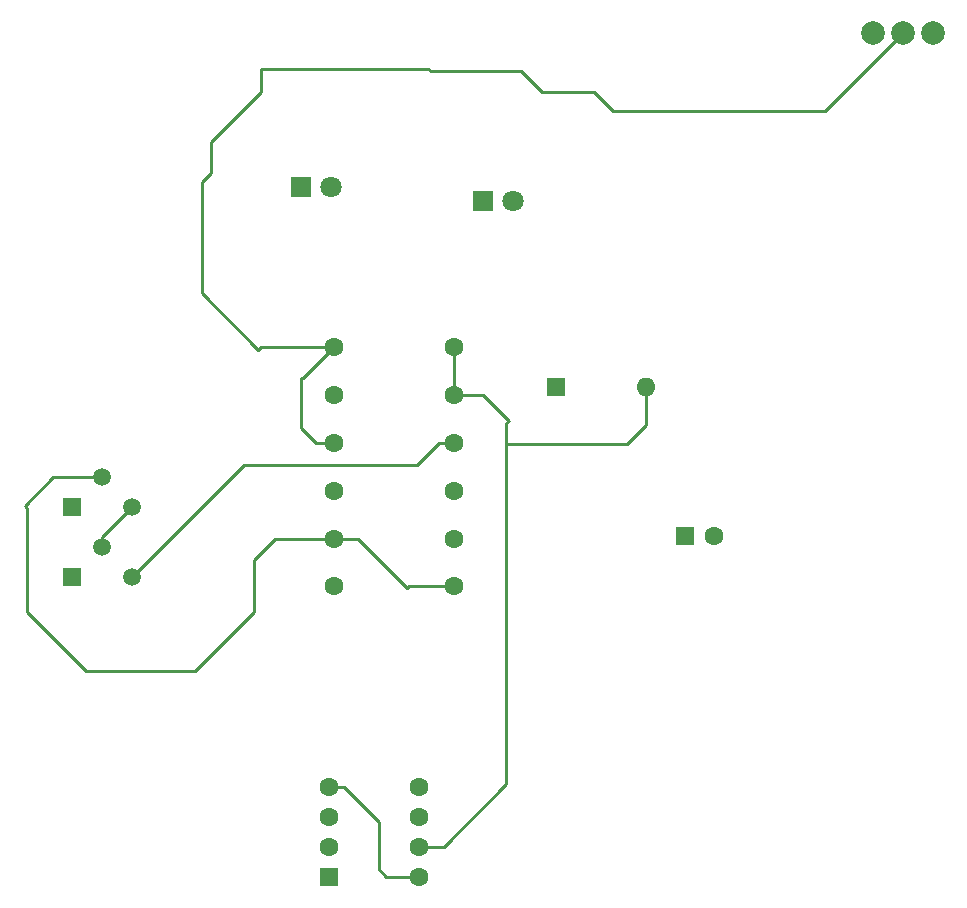
<source format=gbr>
%TF.GenerationSoftware,KiCad,Pcbnew,9.0.6*%
%TF.CreationDate,2025-12-18T17:12:23+01:00*%
%TF.ProjectId,Santa,53616e74-612e-46b6-9963-61645f706362,rev?*%
%TF.SameCoordinates,Original*%
%TF.FileFunction,Copper,L1,Top*%
%TF.FilePolarity,Positive*%
%FSLAX46Y46*%
G04 Gerber Fmt 4.6, Leading zero omitted, Abs format (unit mm)*
G04 Created by KiCad (PCBNEW 9.0.6) date 2025-12-18 17:12:23*
%MOMM*%
%LPD*%
G01*
G04 APERTURE LIST*
G04 Aperture macros list*
%AMRoundRect*
0 Rectangle with rounded corners*
0 $1 Rounding radius*
0 $2 $3 $4 $5 $6 $7 $8 $9 X,Y pos of 4 corners*
0 Add a 4 corners polygon primitive as box body*
4,1,4,$2,$3,$4,$5,$6,$7,$8,$9,$2,$3,0*
0 Add four circle primitives for the rounded corners*
1,1,$1+$1,$2,$3*
1,1,$1+$1,$4,$5*
1,1,$1+$1,$6,$7*
1,1,$1+$1,$8,$9*
0 Add four rect primitives between the rounded corners*
20,1,$1+$1,$2,$3,$4,$5,0*
20,1,$1+$1,$4,$5,$6,$7,0*
20,1,$1+$1,$6,$7,$8,$9,0*
20,1,$1+$1,$8,$9,$2,$3,0*%
G04 Aperture macros list end*
%TA.AperFunction,ComponentPad*%
%ADD10C,1.600000*%
%TD*%
%TA.AperFunction,ComponentPad*%
%ADD11R,1.600000X1.600000*%
%TD*%
%TA.AperFunction,ComponentPad*%
%ADD12O,1.600000X1.600000*%
%TD*%
%TA.AperFunction,ComponentPad*%
%ADD13RoundRect,0.250000X-0.550000X-0.550000X0.550000X-0.550000X0.550000X0.550000X-0.550000X0.550000X0*%
%TD*%
%TA.AperFunction,ComponentPad*%
%ADD14C,2.000000*%
%TD*%
%TA.AperFunction,ComponentPad*%
%ADD15R,1.800000X1.800000*%
%TD*%
%TA.AperFunction,ComponentPad*%
%ADD16C,1.800000*%
%TD*%
%TA.AperFunction,ComponentPad*%
%ADD17R,1.500000X1.500000*%
%TD*%
%TA.AperFunction,ComponentPad*%
%ADD18C,1.500000*%
%TD*%
%TA.AperFunction,Conductor*%
%ADD19C,0.250000*%
%TD*%
G04 APERTURE END LIST*
D10*
%TO.P,R3,2*%
%TO.N,Net-(Q1-B)*%
X135760000Y-103250000D03*
%TO.P,R3,1*%
%TO.N,Net-(D3-K)*%
X125600000Y-103250000D03*
%TD*%
%TO.P,R6,2*%
%TO.N,Net-(Q2-C)*%
X135760000Y-91100000D03*
%TO.P,R6,1*%
%TO.N,Net-(S1-E)*%
X125600000Y-91100000D03*
%TD*%
%TO.P,R5,2*%
%TO.N,Net-(Q1-C)*%
X135760000Y-95150000D03*
%TO.P,R5,1*%
%TO.N,Net-(S1-E)*%
X125600000Y-95150000D03*
%TD*%
%TO.P,C1,2*%
%TO.N,Net-(D1-K)*%
X157800000Y-99000000D03*
D11*
%TO.P,C1,1*%
%TO.N,Net-(D3-K)*%
X155300000Y-99000000D03*
%TD*%
D12*
%TO.P,D3,2,A*%
%TO.N,Net-(D3-A)*%
X152020000Y-86400000D03*
D11*
%TO.P,D3,1,K*%
%TO.N,Net-(D3-K)*%
X144400000Y-86400000D03*
%TD*%
D10*
%TO.P,R8,2*%
%TO.N,Net-(D3-A)*%
X135760000Y-83000000D03*
%TO.P,R8,1*%
%TO.N,Net-(S1-E)*%
X125600000Y-83000000D03*
%TD*%
%TO.P,R4,2*%
%TO.N,Net-(D1-K)*%
X135760000Y-99200000D03*
%TO.P,R4,1*%
%TO.N,Net-(Q1-B)*%
X125600000Y-99200000D03*
%TD*%
%TO.P,U1,8,VCC*%
%TO.N,Net-(S1-E)*%
X132830000Y-127840000D03*
%TO.P,U1,7,DIS*%
%TO.N,Net-(D3-A)*%
X132830000Y-125300000D03*
%TO.P,U1,6,THR*%
%TO.N,Net-(D3-K)*%
X132830000Y-122760000D03*
%TO.P,U1,5,CV*%
%TO.N,unconnected-(U1-CV-Pad5)*%
X132830000Y-120220000D03*
%TO.P,U1,4,R*%
%TO.N,Net-(S1-E)*%
X125210000Y-120220000D03*
%TO.P,U1,3,Q*%
%TO.N,unconnected-(U1-Q-Pad3)*%
X125210000Y-122760000D03*
%TO.P,U1,2,TR*%
%TO.N,Net-(D3-K)*%
X125210000Y-125300000D03*
D13*
%TO.P,U1,1,GND*%
%TO.N,Net-(D1-K)*%
X125210000Y-127840000D03*
%TD*%
D10*
%TO.P,R7,2*%
%TO.N,Net-(D3-A)*%
X135760000Y-87050000D03*
%TO.P,R7,1*%
%TO.N,Net-(D3-K)*%
X125600000Y-87050000D03*
%TD*%
D14*
%TO.P,S1,3,A*%
%TO.N,unconnected-(S1-A-Pad3)*%
X176280000Y-56400000D03*
%TO.P,S1,2,E*%
%TO.N,Net-(S1-E)*%
X173740000Y-56400000D03*
%TO.P,S1,1,A*%
%TO.N,Net-(S1-A-Pad1)*%
X171200000Y-56400000D03*
%TD*%
D15*
%TO.P,D1,1,K*%
%TO.N,Net-(D1-K)*%
X138200000Y-70600000D03*
D16*
%TO.P,D1,2,A*%
%TO.N,Net-(D1-A)*%
X140740000Y-70600000D03*
%TD*%
D15*
%TO.P,D2,1,K*%
%TO.N,Net-(D1-K)*%
X122800000Y-69400000D03*
D16*
%TO.P,D2,2,A*%
%TO.N,Net-(D1-A)*%
X125340000Y-69400000D03*
%TD*%
D17*
%TO.P,T2,1,E*%
%TO.N,Net-(D1-A)*%
X103460000Y-102482385D03*
D18*
%TO.P,T2,2,B*%
%TO.N,Net-(Q1-C)*%
X106000000Y-99942385D03*
%TO.P,T2,3,C*%
%TO.N,Net-(Q2-C)*%
X108540000Y-102482385D03*
%TD*%
D17*
%TO.P,T1,1,E*%
%TO.N,Net-(D1-K)*%
X103460000Y-96540000D03*
D18*
%TO.P,T1,2,B*%
%TO.N,Net-(Q1-B)*%
X106000000Y-94000000D03*
%TO.P,T1,3,C*%
%TO.N,Net-(Q1-C)*%
X108540000Y-96540000D03*
%TD*%
D19*
%TO.N,Net-(S1-E)*%
X167140000Y-63000000D02*
X173740000Y-56400000D01*
X149200000Y-63000000D02*
X167140000Y-63000000D01*
X147600000Y-61400000D02*
X149200000Y-63000000D01*
X143200000Y-61400000D02*
X147600000Y-61400000D01*
X141400000Y-59600000D02*
X143200000Y-61400000D01*
X133800000Y-59600000D02*
X141400000Y-59600000D01*
X133600000Y-59400000D02*
X133800000Y-59600000D01*
X119400000Y-59400000D02*
X133600000Y-59400000D01*
X115200000Y-68200000D02*
X115200000Y-65600000D01*
X114400000Y-69000000D02*
X115200000Y-68200000D01*
X114400000Y-78400000D02*
X114400000Y-69000000D01*
X119200000Y-83200000D02*
X114400000Y-78400000D01*
X115200000Y-65600000D02*
X119400000Y-61400000D01*
X119400000Y-83000000D02*
X119200000Y-83200000D01*
X119400000Y-61400000D02*
X119400000Y-59400000D01*
X125600000Y-83000000D02*
X119400000Y-83000000D01*
%TO.N,Net-(Q1-C)*%
X106000000Y-99080000D02*
X106000000Y-99942385D01*
X108540000Y-96540000D02*
X106000000Y-99080000D01*
%TO.N,Net-(Q1-B)*%
X131800000Y-103400000D02*
X131950000Y-103250000D01*
X127600000Y-99200000D02*
X131800000Y-103400000D01*
X131950000Y-103250000D02*
X135760000Y-103250000D01*
X125600000Y-99200000D02*
X127600000Y-99200000D01*
X120600000Y-99200000D02*
X125600000Y-99200000D01*
X118800000Y-101000000D02*
X120600000Y-99200000D01*
X118800000Y-105400000D02*
X118800000Y-101000000D01*
X113800000Y-110400000D02*
X118800000Y-105400000D01*
X104600000Y-110400000D02*
X113800000Y-110400000D01*
X99600000Y-105400000D02*
X104600000Y-110400000D01*
X99400000Y-96400000D02*
X99600000Y-96600000D01*
X106000000Y-94000000D02*
X101800000Y-94000000D01*
X101800000Y-94000000D02*
X99400000Y-96400000D01*
X99600000Y-96600000D02*
X99600000Y-105400000D01*
%TO.N,Net-(Q2-C)*%
X132600000Y-93000000D02*
X134500000Y-91100000D01*
X134500000Y-91100000D02*
X135760000Y-91100000D01*
X118022385Y-93000000D02*
X132600000Y-93000000D01*
X108540000Y-102482385D02*
X118022385Y-93000000D01*
%TO.N,Net-(D3-A)*%
X135760000Y-83000000D02*
X135760000Y-87050000D01*
%TO.N,Net-(S1-E)*%
X124100000Y-91100000D02*
X125600000Y-91100000D01*
X122800000Y-85600000D02*
X122800000Y-89800000D01*
X122800000Y-89800000D02*
X124100000Y-91100000D01*
X123000000Y-85600000D02*
X122800000Y-85600000D01*
X125600000Y-83000000D02*
X123000000Y-85600000D01*
%TO.N,Net-(D3-A)*%
X152020000Y-89580000D02*
X150400000Y-91200000D01*
X150400000Y-91200000D02*
X140200000Y-91200000D01*
X152020000Y-86400000D02*
X152020000Y-89580000D01*
X140200000Y-91200000D02*
X140200000Y-89400000D01*
X138250000Y-87050000D02*
X135760000Y-87050000D01*
X140200000Y-89400000D02*
X140400000Y-89200000D01*
X140200000Y-120000000D02*
X140200000Y-91200000D01*
X140400000Y-89200000D02*
X138250000Y-87050000D01*
X132830000Y-125300000D02*
X134900000Y-125300000D01*
X134900000Y-125300000D02*
X140200000Y-120000000D01*
%TO.N,Net-(S1-E)*%
X129400000Y-123200000D02*
X129400000Y-127200000D01*
X129400000Y-127200000D02*
X130040000Y-127840000D01*
X126420000Y-120220000D02*
X129400000Y-123200000D01*
X125210000Y-120220000D02*
X126420000Y-120220000D01*
X130040000Y-127840000D02*
X132830000Y-127840000D01*
%TD*%
M02*

</source>
